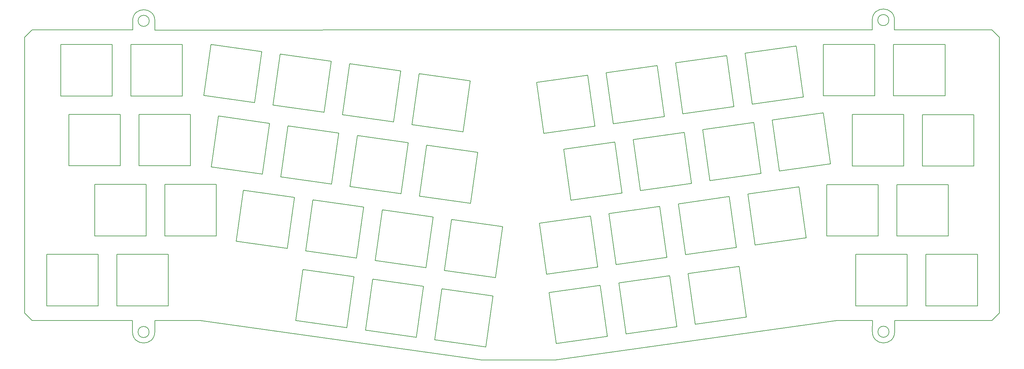
<source format=gbr>
G04 #@! TF.GenerationSoftware,KiCad,Pcbnew,7.0.1-0*
G04 #@! TF.CreationDate,2023-10-08T18:23:24+09:00*
G04 #@! TF.ProjectId,cool846ble,636f6f6c-3834-4366-926c-652e6b696361,rev?*
G04 #@! TF.SameCoordinates,Original*
G04 #@! TF.FileFunction,Profile,NP*
%FSLAX46Y46*%
G04 Gerber Fmt 4.6, Leading zero omitted, Abs format (unit mm)*
G04 Created by KiCad (PCBNEW 7.0.1-0) date 2023-10-08 18:23:24*
%MOMM*%
%LPD*%
G01*
G04 APERTURE LIST*
G04 #@! TA.AperFunction,Profile*
%ADD10C,0.150000*%
G04 #@! TD*
G04 APERTURE END LIST*
D10*
X73136525Y144236266D02*
X87126525Y144236266D01*
X87126525Y130246266D01*
X73136525Y130246266D01*
X73136525Y144236266D01*
X-143913475Y106106266D02*
X-129923475Y106106266D01*
X-129923475Y92116266D01*
X-143913475Y92116266D01*
X-143913475Y106106266D01*
X-150913475Y125186266D02*
X-136923475Y125186266D01*
X-136923475Y111196266D01*
X-150913475Y111196266D01*
X-150913475Y125186266D01*
X-153173475Y144216266D02*
X-139183475Y144216266D01*
X-139183475Y130226266D01*
X-153173475Y130226266D01*
X-153173475Y144216266D01*
X-156983475Y87066266D02*
X-142993475Y87066266D01*
X-142993475Y73076266D01*
X-156983475Y73076266D01*
X-156983475Y87066266D01*
X81926525Y87056266D02*
X95916525Y87056266D01*
X95916525Y73066266D01*
X81926525Y73066266D01*
X81926525Y87056266D01*
X74036525Y106066266D02*
X88026525Y106066266D01*
X88026525Y92076266D01*
X74036525Y92076266D01*
X74036525Y106066266D01*
X80976525Y125146266D02*
X94966525Y125146266D01*
X94966525Y111156266D01*
X80976525Y111156266D01*
X80976525Y125146266D01*
X79890000Y69070000D02*
X99890000Y69070000D01*
X-160944500Y69070011D02*
X-140944500Y69070011D01*
X-160944506Y148220001D02*
X-140944506Y148220001D01*
X-127570000Y148170000D02*
X-37027245Y148219998D01*
X-37027245Y148219998D02*
X67339924Y148203687D01*
X57746233Y69069990D02*
X-18764208Y58317163D01*
X67380703Y69070000D02*
X57746233Y69069990D01*
X62856525Y87056266D02*
X76846525Y87056266D01*
X76846525Y73066266D01*
X62856525Y73066266D01*
X62856525Y87056266D01*
X79890000Y69070000D02*
X73420000Y69070000D01*
X-127568000Y150680000D02*
G75*
G03*
X-133609999Y150790000I-3022001J0D01*
G01*
X-162944495Y146219982D02*
X-160944506Y148220001D01*
X-162944494Y71069998D02*
X-162944495Y146219982D01*
X-38764191Y58317167D02*
X-115274606Y69069994D01*
X-133610000Y148220000D02*
X-140944506Y148220001D01*
X-18764208Y58317163D02*
X-38764191Y58317167D01*
X101889996Y146219999D02*
X99889995Y148219996D01*
X61906525Y125166266D02*
X75896525Y125166266D01*
X75896525Y111176266D01*
X61906525Y111176266D01*
X61906525Y125166266D01*
X73382002Y150870000D02*
G75*
G03*
X67340001Y150980000I-3022002J0D01*
G01*
X-160944500Y69070011D02*
X-162944494Y71069998D01*
X73380000Y148218965D02*
X73382001Y150870000D01*
X-133642000Y65950000D02*
G75*
G03*
X-127600001Y65840000I3022001J0D01*
G01*
X101889996Y146219999D02*
X101890000Y71070009D01*
X73420000Y69070000D02*
X73420000Y65860000D01*
X54966525Y106086266D02*
X68956525Y106086266D01*
X68956525Y92096266D01*
X54966525Y92096266D01*
X54966525Y106086266D01*
X-133640000Y69060000D02*
X-140944500Y69070011D01*
X99890000Y69070000D02*
X101890000Y71070009D01*
X67377999Y65970000D02*
X67380703Y69070000D01*
X-133642001Y65950000D02*
X-133640000Y69060000D01*
X-133610000Y150790000D02*
X-133610000Y148220000D01*
X-137933475Y87066266D02*
X-123943475Y87066266D01*
X-123943475Y73076266D01*
X-137933475Y73076266D01*
X-137933475Y87066266D01*
X-134123475Y144216266D02*
X-120133475Y144216266D01*
X-120133475Y130226266D01*
X-134123475Y130226266D01*
X-134123475Y144216266D01*
X54056525Y144246266D02*
X68046525Y144246266D01*
X68046525Y130256266D01*
X54056525Y130256266D01*
X54056525Y144246266D01*
X-127567999Y150680000D02*
X-127570000Y148170000D01*
X67377998Y65970000D02*
G75*
G03*
X73419999Y65860000I3022002J0D01*
G01*
X-131863475Y125186266D02*
X-117873475Y125186266D01*
X-117873475Y111196266D01*
X-131863475Y111196266D01*
X-131863475Y125186266D01*
X67340000Y150980000D02*
X67339924Y148203687D01*
X-115274606Y69069994D02*
X-127600000Y69080000D01*
X-124863475Y106106266D02*
X-110873475Y106106266D01*
X-110873475Y92116266D01*
X-124863475Y92116266D01*
X-124863475Y106106266D01*
X71894326Y65996266D02*
G75*
G03*
X71894326Y65996266I-1507801J0D01*
G01*
X-129125674Y65926266D02*
G75*
G03*
X-129125674Y65926266I-1507801J0D01*
G01*
X-127600000Y65840000D02*
X-127600000Y69080000D01*
X71854326Y150876266D02*
G75*
G03*
X71854326Y150876266I-1507801J0D01*
G01*
X-129105674Y150676266D02*
G75*
G03*
X-129105674Y150676266I-1507801J0D01*
G01*
X79889996Y148219998D02*
X73380000Y148218965D01*
X79889996Y148219998D02*
X99889996Y148219998D01*
X48616525Y129946266D02*
X34756525Y127996266D01*
X34756525Y127996266D02*
X32806525Y141866266D01*
X46666525Y143816266D02*
X48616525Y129946266D01*
X32806525Y141866266D02*
X46666525Y143816266D01*
X12326525Y81256266D02*
X14276525Y67386266D01*
X416525Y65436266D02*
X-1533475Y79306266D01*
X14276525Y67386266D02*
X416525Y65436266D01*
X-1533475Y79306266D02*
X12326525Y81256266D01*
X-18473475Y62796266D02*
X-20423475Y76666266D01*
X-20423475Y76666266D02*
X-6563475Y78616266D01*
X-4613475Y64746266D02*
X-18473475Y62796266D01*
X-6563475Y78616266D02*
X-4613475Y64746266D01*
X35496525Y89616266D02*
X33546525Y103486266D01*
X49356525Y91566266D02*
X35496525Y89616266D01*
X47406525Y105436266D02*
X49356525Y91566266D01*
X33546525Y103486266D02*
X47406525Y105436266D01*
X54036525Y125616266D02*
X55986525Y111746266D01*
X40176525Y123666266D02*
X54036525Y125616266D01*
X55986525Y111746266D02*
X42126525Y109796266D01*
X42126525Y109796266D02*
X40176525Y123666266D01*
X-74523475Y105556266D02*
X-72573475Y119426266D01*
X-60663475Y103606266D02*
X-74523475Y105556266D01*
X-72573475Y119426266D02*
X-58713475Y117476266D01*
X-58713475Y117476266D02*
X-60663475Y103606266D01*
X-70363475Y66426266D02*
X-68413475Y80296266D01*
X-54553475Y78346266D02*
X-56503475Y64476266D01*
X-56503475Y64476266D02*
X-70363475Y66426266D01*
X-68413475Y80296266D02*
X-54553475Y78346266D01*
X-98503475Y142306266D02*
X-100453475Y128436266D01*
X-100453475Y128436266D02*
X-114313475Y130386266D01*
X-114313475Y130386266D02*
X-112363475Y144256266D01*
X-112363475Y144256266D02*
X-98503475Y142306266D01*
X-72753475Y86066266D02*
X-86613475Y88016266D01*
X-86613475Y88016266D02*
X-84663475Y101886266D01*
X-84663475Y101886266D02*
X-70803475Y99936266D01*
X-70803475Y99936266D02*
X-72753475Y86066266D01*
X17316525Y81876266D02*
X31176525Y83826266D01*
X33126525Y69956266D02*
X19266525Y68006266D01*
X31176525Y83826266D02*
X33126525Y69956266D01*
X19266525Y68006266D02*
X17316525Y81876266D01*
X14646525Y100846266D02*
X28506525Y102796266D01*
X16596525Y86976266D02*
X14646525Y100846266D01*
X28506525Y102796266D02*
X30456525Y88926266D01*
X30456525Y88926266D02*
X16596525Y86976266D01*
X-43863475Y120486266D02*
X-57723475Y122436266D01*
X-55773475Y136306266D02*
X-41913475Y134356266D01*
X-57723475Y122436266D02*
X-55773475Y136306266D01*
X-41913475Y134356266D02*
X-43863475Y120486266D01*
X-35023475Y80766266D02*
X-48883475Y82716266D01*
X-46933475Y96586266D02*
X-33073475Y94636266D01*
X-33073475Y94636266D02*
X-35023475Y80766266D01*
X-48883475Y82716266D02*
X-46933475Y96586266D01*
X-79533475Y106256266D02*
X-93393475Y108206266D01*
X-77583475Y120126266D02*
X-79533475Y106256266D01*
X-93393475Y108206266D02*
X-91443475Y122076266D01*
X-91443475Y122076266D02*
X-77583475Y120126266D01*
X-41803475Y100956266D02*
X-55663475Y102906266D01*
X-53713475Y116776266D02*
X-39853475Y114826266D01*
X-39853475Y114826266D02*
X-41803475Y100956266D01*
X-55663475Y102906266D02*
X-53713475Y116776266D01*
X-9243475Y97476266D02*
X-7293475Y83606266D01*
X-21153475Y81656266D02*
X-23103475Y95526266D01*
X-7293475Y83606266D02*
X-21153475Y81656266D01*
X-23103475Y95526266D02*
X-9243475Y97476266D01*
X16256525Y120306266D02*
X18206525Y106436266D01*
X18206525Y106436266D02*
X4346525Y104486266D01*
X2396525Y118356266D02*
X16256525Y120306266D01*
X4346525Y104486266D02*
X2396525Y118356266D01*
X11576525Y86256266D02*
X-2283475Y84306266D01*
X-4233475Y98176266D02*
X9626525Y100126266D01*
X-2283475Y84306266D02*
X-4233475Y98176266D01*
X9626525Y100126266D02*
X11576525Y86256266D01*
X-67743475Y85366266D02*
X-65793475Y99236266D01*
X-65793475Y99236266D02*
X-51933475Y97286266D01*
X-53883475Y83416266D02*
X-67743475Y85366266D01*
X-51933475Y97286266D02*
X-53883475Y83416266D01*
X-89293475Y69096266D02*
X-87343475Y82966266D01*
X-75433475Y67146266D02*
X-89293475Y69096266D01*
X-73483475Y81016266D02*
X-75433475Y67146266D01*
X-87343475Y82966266D02*
X-73483475Y81016266D01*
X-96443475Y122776266D02*
X-98393475Y108906266D01*
X-110303475Y124726266D02*
X-96443475Y122776266D01*
X-98393475Y108906266D02*
X-112253475Y110856266D01*
X-112253475Y110856266D02*
X-110303475Y124726266D01*
X-8033475Y121986266D02*
X-21893475Y120036266D01*
X-21893475Y120036266D02*
X-23843475Y133906266D01*
X-23843475Y133906266D02*
X-9983475Y135856266D01*
X-9983475Y135856266D02*
X-8033475Y121986266D01*
X-89663475Y102586266D02*
X-91613475Y88716266D01*
X-105473475Y90666266D02*
X-103523475Y104536266D01*
X-103523475Y104536266D02*
X-89663475Y102586266D01*
X-91613475Y88716266D02*
X-105473475Y90666266D01*
X21276525Y121026266D02*
X35136525Y122976266D01*
X35136525Y122976266D02*
X37086525Y109106266D01*
X23226525Y107156266D02*
X21276525Y121026266D01*
X37086525Y109106266D02*
X23226525Y107156266D01*
X-79643475Y139656266D02*
X-81593475Y125786266D01*
X-95453475Y127736266D02*
X-93503475Y141606266D01*
X-81593475Y125786266D02*
X-95453475Y127736266D01*
X-93503475Y141606266D02*
X-79643475Y139656266D01*
X-16473475Y115706266D02*
X-2613475Y117656266D01*
X-663475Y103786266D02*
X-14523475Y101836266D01*
X-14523475Y101836266D02*
X-16473475Y115706266D01*
X-2613475Y117656266D02*
X-663475Y103786266D01*
X10836525Y124636266D02*
X-3023475Y122686266D01*
X-3023475Y122686266D02*
X-4973475Y136556266D01*
X8886525Y138506266D02*
X10836525Y124636266D01*
X-4973475Y136556266D02*
X8886525Y138506266D01*
X-60773475Y137006266D02*
X-62723475Y123136266D01*
X-74633475Y138956266D02*
X-60773475Y137006266D01*
X-76583475Y125086266D02*
X-74633475Y138956266D01*
X-62723475Y123136266D02*
X-76583475Y125086266D01*
X-51503475Y63806266D02*
X-49553475Y77676266D01*
X-49553475Y77676266D02*
X-35693475Y75726266D01*
X-37643475Y61856266D02*
X-51503475Y63806266D01*
X-35693475Y75726266D02*
X-37643475Y61856266D01*
X15856525Y125356266D02*
X13906525Y139226266D01*
X27766525Y141176266D02*
X29716525Y127306266D01*
X13906525Y139226266D02*
X27766525Y141176266D01*
X29716525Y127306266D02*
X15856525Y125356266D01*
M02*

</source>
